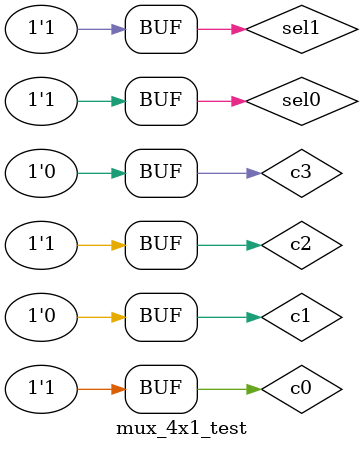
<source format=v>
module mux_4x1_test();
	reg c0, c1, c2, c3, sel0, sel1;
	wire out;
	
	mux_4x1 mux_4x1(out, c0, c1, c2, c3, sel0, sel1);

	// inputs of the mux is fixed to (c0, c1, c2, c3) = (1, 0, 1, 0)
	initial begin
		c0= 1'b1; c1=1'b0; c2=1'b1; c3=1'b0; sel0=1'b0; sel1=1'b0;			//selection (s0, s1) = (0, 0)
		#20;
		c0= 1'b1; c1=1'b0; c2=1'b1; c3=1'b0; sel0=1'b1; sel1=1'b0;			//selection (s0, s1) = (1, 0)
		#20;
		c0= 1'b1; c1=1'b0; c2=1'b1; c3=1'b0; sel0=1'b0; sel1=1'b1;			//selection (s0, s1) = (0, 1)
		#20;
		c0= 1'b1; c1=1'b0; c2=1'b1; c3=1'b0; sel0=1'b1; sel1=1'b1;			//selection (s0, s1) = (1, 1)
		
	end

	initial begin
		$monitor("time=%2d, c0=%1b, c1=%1b, c2=%1b, c3=%1b, sel0=%3b, sel1=%1b, out=%1b", $time, c0, c1, c2, c3, sel0, sel1, out);
	end

endmodule

</source>
